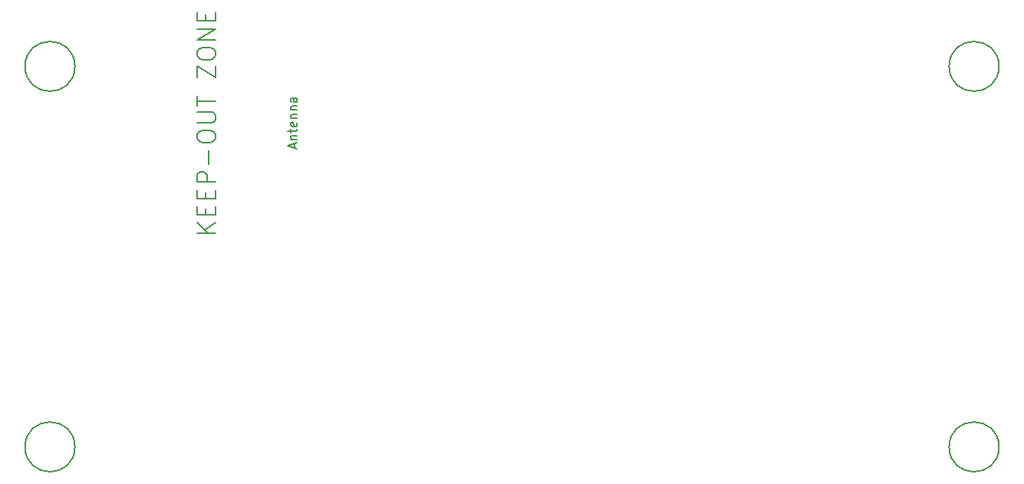
<source format=gbr>
%TF.GenerationSoftware,KiCad,Pcbnew,7.0.6-0*%
%TF.CreationDate,2024-04-21T20:32:30+02:00*%
%TF.ProjectId,3mode_controller,336d6f64-655f-4636-9f6e-74726f6c6c65,rev?*%
%TF.SameCoordinates,Original*%
%TF.FileFunction,Other,Comment*%
%FSLAX46Y46*%
G04 Gerber Fmt 4.6, Leading zero omitted, Abs format (unit mm)*
G04 Created by KiCad (PCBNEW 7.0.6-0) date 2024-04-21 20:32:30*
%MOMM*%
%LPD*%
G01*
G04 APERTURE LIST*
%ADD10C,0.150000*%
G04 APERTURE END LIST*
D10*
X121757438Y-112392857D02*
X119757438Y-112392857D01*
X121757438Y-111250000D02*
X120614580Y-112107143D01*
X119757438Y-111250000D02*
X120900295Y-112392857D01*
X120709819Y-110392857D02*
X120709819Y-109726190D01*
X121757438Y-109440476D02*
X121757438Y-110392857D01*
X121757438Y-110392857D02*
X119757438Y-110392857D01*
X119757438Y-110392857D02*
X119757438Y-109440476D01*
X120709819Y-108583333D02*
X120709819Y-107916666D01*
X121757438Y-107630952D02*
X121757438Y-108583333D01*
X121757438Y-108583333D02*
X119757438Y-108583333D01*
X119757438Y-108583333D02*
X119757438Y-107630952D01*
X121757438Y-106773809D02*
X119757438Y-106773809D01*
X119757438Y-106773809D02*
X119757438Y-106011904D01*
X119757438Y-106011904D02*
X119852676Y-105821428D01*
X119852676Y-105821428D02*
X119947914Y-105726190D01*
X119947914Y-105726190D02*
X120138390Y-105630952D01*
X120138390Y-105630952D02*
X120424104Y-105630952D01*
X120424104Y-105630952D02*
X120614580Y-105726190D01*
X120614580Y-105726190D02*
X120709819Y-105821428D01*
X120709819Y-105821428D02*
X120805057Y-106011904D01*
X120805057Y-106011904D02*
X120805057Y-106773809D01*
X120995533Y-104773809D02*
X120995533Y-103250000D01*
X119757438Y-101916667D02*
X119757438Y-101535714D01*
X119757438Y-101535714D02*
X119852676Y-101345238D01*
X119852676Y-101345238D02*
X120043152Y-101154762D01*
X120043152Y-101154762D02*
X120424104Y-101059524D01*
X120424104Y-101059524D02*
X121090771Y-101059524D01*
X121090771Y-101059524D02*
X121471723Y-101154762D01*
X121471723Y-101154762D02*
X121662200Y-101345238D01*
X121662200Y-101345238D02*
X121757438Y-101535714D01*
X121757438Y-101535714D02*
X121757438Y-101916667D01*
X121757438Y-101916667D02*
X121662200Y-102107143D01*
X121662200Y-102107143D02*
X121471723Y-102297619D01*
X121471723Y-102297619D02*
X121090771Y-102392857D01*
X121090771Y-102392857D02*
X120424104Y-102392857D01*
X120424104Y-102392857D02*
X120043152Y-102297619D01*
X120043152Y-102297619D02*
X119852676Y-102107143D01*
X119852676Y-102107143D02*
X119757438Y-101916667D01*
X119757438Y-100202381D02*
X121376485Y-100202381D01*
X121376485Y-100202381D02*
X121566961Y-100107143D01*
X121566961Y-100107143D02*
X121662200Y-100011905D01*
X121662200Y-100011905D02*
X121757438Y-99821429D01*
X121757438Y-99821429D02*
X121757438Y-99440476D01*
X121757438Y-99440476D02*
X121662200Y-99250000D01*
X121662200Y-99250000D02*
X121566961Y-99154762D01*
X121566961Y-99154762D02*
X121376485Y-99059524D01*
X121376485Y-99059524D02*
X119757438Y-99059524D01*
X119757438Y-98392857D02*
X119757438Y-97250000D01*
X121757438Y-97821429D02*
X119757438Y-97821429D01*
X119757438Y-95249999D02*
X119757438Y-93916666D01*
X119757438Y-93916666D02*
X121757438Y-95249999D01*
X121757438Y-95249999D02*
X121757438Y-93916666D01*
X119757438Y-92773809D02*
X119757438Y-92392856D01*
X119757438Y-92392856D02*
X119852676Y-92202380D01*
X119852676Y-92202380D02*
X120043152Y-92011904D01*
X120043152Y-92011904D02*
X120424104Y-91916666D01*
X120424104Y-91916666D02*
X121090771Y-91916666D01*
X121090771Y-91916666D02*
X121471723Y-92011904D01*
X121471723Y-92011904D02*
X121662200Y-92202380D01*
X121662200Y-92202380D02*
X121757438Y-92392856D01*
X121757438Y-92392856D02*
X121757438Y-92773809D01*
X121757438Y-92773809D02*
X121662200Y-92964285D01*
X121662200Y-92964285D02*
X121471723Y-93154761D01*
X121471723Y-93154761D02*
X121090771Y-93249999D01*
X121090771Y-93249999D02*
X120424104Y-93249999D01*
X120424104Y-93249999D02*
X120043152Y-93154761D01*
X120043152Y-93154761D02*
X119852676Y-92964285D01*
X119852676Y-92964285D02*
X119757438Y-92773809D01*
X121757438Y-91059523D02*
X119757438Y-91059523D01*
X119757438Y-91059523D02*
X121757438Y-89916666D01*
X121757438Y-89916666D02*
X119757438Y-89916666D01*
X120709819Y-88964285D02*
X120709819Y-88297618D01*
X121757438Y-88011904D02*
X121757438Y-88964285D01*
X121757438Y-88964285D02*
X119757438Y-88964285D01*
X119757438Y-88964285D02*
X119757438Y-88011904D01*
X130489104Y-102961904D02*
X130489104Y-102485714D01*
X130774819Y-103057142D02*
X129774819Y-102723809D01*
X129774819Y-102723809D02*
X130774819Y-102390476D01*
X130108152Y-102057142D02*
X130774819Y-102057142D01*
X130203390Y-102057142D02*
X130155771Y-102009523D01*
X130155771Y-102009523D02*
X130108152Y-101914285D01*
X130108152Y-101914285D02*
X130108152Y-101771428D01*
X130108152Y-101771428D02*
X130155771Y-101676190D01*
X130155771Y-101676190D02*
X130251009Y-101628571D01*
X130251009Y-101628571D02*
X130774819Y-101628571D01*
X130108152Y-101295237D02*
X130108152Y-100914285D01*
X129774819Y-101152380D02*
X130631961Y-101152380D01*
X130631961Y-101152380D02*
X130727200Y-101104761D01*
X130727200Y-101104761D02*
X130774819Y-101009523D01*
X130774819Y-101009523D02*
X130774819Y-100914285D01*
X130727200Y-100199999D02*
X130774819Y-100295237D01*
X130774819Y-100295237D02*
X130774819Y-100485713D01*
X130774819Y-100485713D02*
X130727200Y-100580951D01*
X130727200Y-100580951D02*
X130631961Y-100628570D01*
X130631961Y-100628570D02*
X130251009Y-100628570D01*
X130251009Y-100628570D02*
X130155771Y-100580951D01*
X130155771Y-100580951D02*
X130108152Y-100485713D01*
X130108152Y-100485713D02*
X130108152Y-100295237D01*
X130108152Y-100295237D02*
X130155771Y-100199999D01*
X130155771Y-100199999D02*
X130251009Y-100152380D01*
X130251009Y-100152380D02*
X130346247Y-100152380D01*
X130346247Y-100152380D02*
X130441485Y-100628570D01*
X130108152Y-99723808D02*
X130774819Y-99723808D01*
X130203390Y-99723808D02*
X130155771Y-99676189D01*
X130155771Y-99676189D02*
X130108152Y-99580951D01*
X130108152Y-99580951D02*
X130108152Y-99438094D01*
X130108152Y-99438094D02*
X130155771Y-99342856D01*
X130155771Y-99342856D02*
X130251009Y-99295237D01*
X130251009Y-99295237D02*
X130774819Y-99295237D01*
X130108152Y-98819046D02*
X130774819Y-98819046D01*
X130203390Y-98819046D02*
X130155771Y-98771427D01*
X130155771Y-98771427D02*
X130108152Y-98676189D01*
X130108152Y-98676189D02*
X130108152Y-98533332D01*
X130108152Y-98533332D02*
X130155771Y-98438094D01*
X130155771Y-98438094D02*
X130251009Y-98390475D01*
X130251009Y-98390475D02*
X130774819Y-98390475D01*
X130774819Y-97485713D02*
X130251009Y-97485713D01*
X130251009Y-97485713D02*
X130155771Y-97533332D01*
X130155771Y-97533332D02*
X130108152Y-97628570D01*
X130108152Y-97628570D02*
X130108152Y-97819046D01*
X130108152Y-97819046D02*
X130155771Y-97914284D01*
X130727200Y-97485713D02*
X130774819Y-97580951D01*
X130774819Y-97580951D02*
X130774819Y-97819046D01*
X130774819Y-97819046D02*
X130727200Y-97914284D01*
X130727200Y-97914284D02*
X130631961Y-97961903D01*
X130631961Y-97961903D02*
X130536723Y-97961903D01*
X130536723Y-97961903D02*
X130441485Y-97914284D01*
X130441485Y-97914284D02*
X130393866Y-97819046D01*
X130393866Y-97819046D02*
X130393866Y-97580951D01*
X130393866Y-97580951D02*
X130346247Y-97485713D01*
%TO.C,H3*%
X106250000Y-136000000D02*
G75*
G03*
X106250000Y-136000000I-2750000J0D01*
G01*
%TO.C,H2*%
X208250000Y-94000000D02*
G75*
G03*
X208250000Y-94000000I-2750000J0D01*
G01*
%TO.C,H1*%
X106250000Y-94000000D02*
G75*
G03*
X106250000Y-94000000I-2750000J0D01*
G01*
%TO.C,H4*%
X208250000Y-136000000D02*
G75*
G03*
X208250000Y-136000000I-2750000J0D01*
G01*
%TD*%
M02*

</source>
